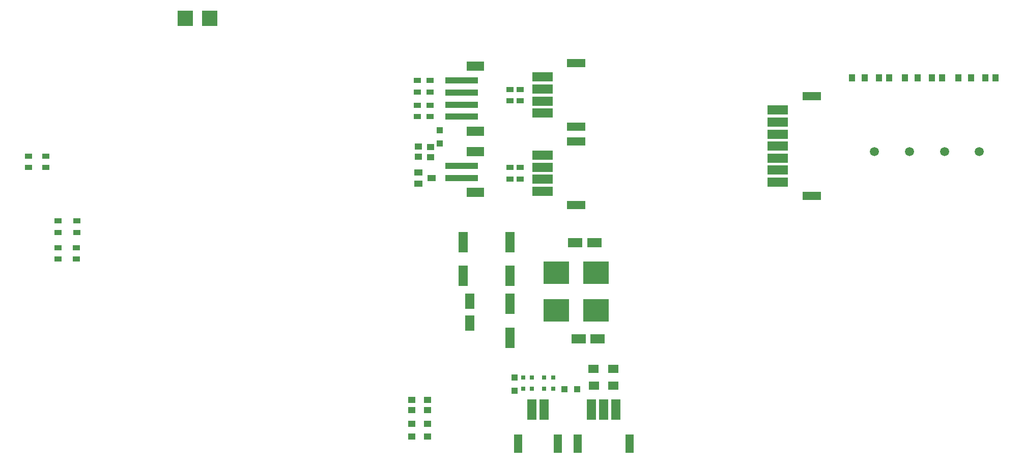
<source format=gtp>
G04*
G04 #@! TF.GenerationSoftware,Altium Limited,Altium Designer,21.3.2 (30)*
G04*
G04 Layer_Color=8421504*
%FSTAX25Y25*%
%MOIN*%
G70*
G04*
G04 #@! TF.SameCoordinates,48149F28-A3BA-4D36-B73A-A2ABBD85C276*
G04*
G04*
G04 #@! TF.FilePolarity,Positive*
G04*
G01*
G75*
%ADD18R,0.04724X0.04331*%
%ADD19R,0.05118X0.04331*%
%ADD20R,0.05512X0.12205*%
%ADD21R,0.05906X0.13386*%
%ADD22R,0.03150X0.03150*%
%ADD23R,0.03937X0.03937*%
%ADD24R,0.03937X0.03937*%
%ADD25R,0.07150X0.05350*%
%ADD26R,0.06299X0.10236*%
%ADD27R,0.06299X0.13780*%
%ADD28R,0.16693X0.15000*%
%ADD29R,0.09252X0.06102*%
%ADD30R,0.05512X0.03937*%
%ADD31R,0.11811X0.06299*%
%ADD32R,0.21654X0.03937*%
%ADD33R,0.05118X0.03543*%
%ADD34R,0.12205X0.05512*%
%ADD35R,0.13386X0.05906*%
%ADD36C,0.05906*%
%ADD37R,0.04331X0.04724*%
%ADD38R,0.04331X0.05118*%
%ADD39R,0.09843X0.09843*%
D18*
X03117Y0136968D02*
D03*
Y01287D02*
D03*
X03219Y0136968D02*
D03*
Y01287D02*
D03*
D19*
X03117Y0152793D02*
D03*
Y01461D02*
D03*
X03219Y0152793D02*
D03*
Y01461D02*
D03*
X0324052Y0318307D02*
D03*
Y0311614D02*
D03*
X0315984Y0311811D02*
D03*
Y0318504D02*
D03*
D20*
X0381496Y0123984D02*
D03*
X040748D02*
D03*
X0420504D02*
D03*
X0454362D02*
D03*
D21*
X0390551Y0146228D02*
D03*
X0398425D02*
D03*
X0445307D02*
D03*
X0437433D02*
D03*
X0429559D02*
D03*
D22*
X0384646Y0167323D02*
D03*
X0390551D02*
D03*
X0384646Y0159917D02*
D03*
X0390551D02*
D03*
X0398425Y0167323D02*
D03*
X0404331D02*
D03*
X0398425Y0159917D02*
D03*
X0404331D02*
D03*
D23*
X03792Y01588D02*
D03*
Y01673D02*
D03*
X03301Y03293D02*
D03*
Y03208D02*
D03*
D24*
X04116Y01598D02*
D03*
X04201D02*
D03*
D25*
X0430913Y0161811D02*
D03*
X0443813D02*
D03*
X0430813Y0172835D02*
D03*
X0443713D02*
D03*
D26*
X0349894Y0203075D02*
D03*
Y0217248D02*
D03*
D27*
X0375984Y0215476D02*
D03*
Y0193429D02*
D03*
X0375984Y0234035D02*
D03*
Y0256083D02*
D03*
X0345276D02*
D03*
Y0234035D02*
D03*
D28*
X0406362Y0235827D02*
D03*
X0432236D02*
D03*
X0406362Y0211382D02*
D03*
X0432236D02*
D03*
D29*
X0420953Y019274D02*
D03*
X0433551D02*
D03*
X0418898Y025563D02*
D03*
X0431496D02*
D03*
D30*
X0324646Y0298031D02*
D03*
X0315984Y0294291D02*
D03*
Y0301772D02*
D03*
D31*
X0353386Y0288583D02*
D03*
Y0315354D02*
D03*
Y032874D02*
D03*
Y037126D02*
D03*
D32*
X0344528Y0305906D02*
D03*
Y0298031D02*
D03*
Y0353937D02*
D03*
Y0361811D02*
D03*
Y0346063D02*
D03*
Y0338189D02*
D03*
D33*
X031536D02*
D03*
Y0345669D02*
D03*
X0323809Y0338189D02*
D03*
Y0345669D02*
D03*
X031536Y0361811D02*
D03*
Y0354331D02*
D03*
X0323809Y0361811D02*
D03*
Y0354331D02*
D03*
X0375939Y0304921D02*
D03*
Y0297441D02*
D03*
X0382782Y0304921D02*
D03*
Y0297441D02*
D03*
X0375939Y0356102D02*
D03*
Y0348622D02*
D03*
X0382782Y0356102D02*
D03*
Y0348622D02*
D03*
X0080215Y026988D02*
D03*
Y02624D02*
D03*
X009242Y026988D02*
D03*
Y02624D02*
D03*
X0080021Y024492D02*
D03*
Y02524D02*
D03*
X0092226Y024492D02*
D03*
Y02524D02*
D03*
X006058Y030492D02*
D03*
Y03124D02*
D03*
X0071998Y030492D02*
D03*
Y03124D02*
D03*
D34*
X0419496Y0322047D02*
D03*
Y0280315D02*
D03*
Y0373228D02*
D03*
Y0331496D02*
D03*
X0573724Y0351575D02*
D03*
Y0286221D02*
D03*
D35*
X0397252Y0297244D02*
D03*
Y028937D02*
D03*
Y0305118D02*
D03*
Y0312992D02*
D03*
Y0348425D02*
D03*
Y0340551D02*
D03*
Y0356299D02*
D03*
Y0364173D02*
D03*
X055148Y034252D02*
D03*
Y0334646D02*
D03*
Y0318898D02*
D03*
Y030315D02*
D03*
Y0295276D02*
D03*
Y0311024D02*
D03*
Y0326772D02*
D03*
D36*
X0614658Y0315191D02*
D03*
X0637624D02*
D03*
X066059D02*
D03*
X0683556D02*
D03*
D37*
X0608321Y03637D02*
D03*
X0600053D02*
D03*
X0634878D02*
D03*
X0643146D02*
D03*
X0677972D02*
D03*
X0669704D02*
D03*
D38*
X0624342D02*
D03*
X0617649D02*
D03*
X0652474D02*
D03*
X0659167D02*
D03*
X0693993D02*
D03*
X06873D02*
D03*
D39*
X01793Y04025D02*
D03*
X0163552D02*
D03*
M02*

</source>
